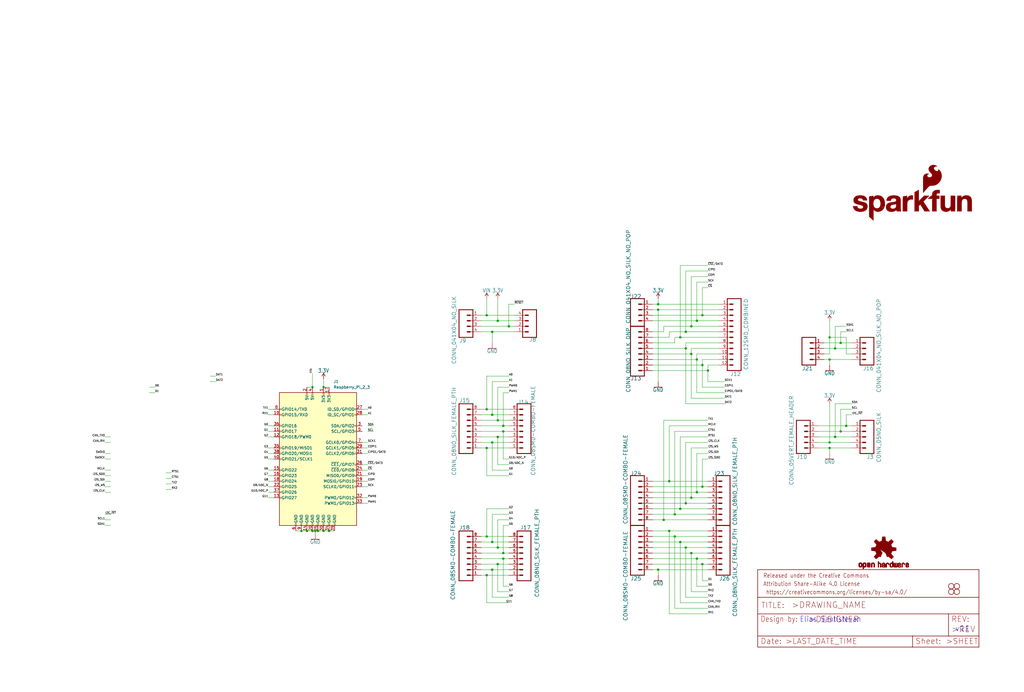
<source format=kicad_sch>
(kicad_sch (version 20211123) (generator eeschema)
  (paper "User" 470.306 317.906)
  (lib_symbols
    (symbol "Connector:Raspberry_Pi_2_3" (pin_names (offset 1.016))
      (property "Reference" "J" (at -17.78 31.75 0))
      (property "Value" "Raspberry_Pi_2_3" (at 10.16 -31.75 0))
      (symbol "Raspberry_Pi_2_3_1_1"
        (pin power_in line (at 2.54 33.02 270) (length 2.54) (name "3V3") (number "1"))
        (pin bidirectional line (at -20.32 20.32 0) (length 2.54) (name "GPIO15/RXD") (number "10"))
        (pin bidirectional line (at -20.32 12.7 0) (length 2.54) (name "GPIO17") (number "11"))
        (pin bidirectional line (at -20.32 10.16 0) (length 2.54) (name "GPIO18/PWM0") (number "12"))
        (pin bidirectional line (at -20.32 -17.78 0) (length 2.54) (name "GPIO27") (number "13"))
        (pin power_in line (at -5.08 -33.02 90) (length 2.54) (name "GND") (number "14"))
        (pin bidirectional line (at -20.32 -5.08 0) (length 2.54) (name "GPIO22") (number "15"))
        (pin bidirectional line (at -20.32 -7.62 0) (length 2.54) (name "GPIO23") (number "16"))
        (pin power_in line (at 5.08 33.02 270) (length 2.54) (name "3V3") (number "17"))
        (pin bidirectional line (at -20.32 -10.16 0) (length 2.54) (name "GPIO24") (number "18"))
        (pin bidirectional line (at 20.32 -10.16 180) (length 2.54) (name "MOSI0/GPIO10") (number "19"))
        (pin power_in line (at -5.08 33.02 270) (length 2.54) (name "5V") (number "2"))
        (pin power_in line (at -2.54 -33.02 90) (length 2.54) (name "GND") (number "20"))
        (pin bidirectional line (at 20.32 -7.62 180) (length 2.54) (name "MISO0/GPIO9") (number "21"))
        (pin bidirectional line (at -20.32 -12.7 0) (length 2.54) (name "GPIO25") (number "22"))
        (pin bidirectional line (at 20.32 -12.7 180) (length 2.54) (name "SCLK0/GPIO11") (number "23"))
        (pin bidirectional line (at 20.32 -5.08 180) (length 2.54) (name "~{CE0}/GPIO8") (number "24"))
        (pin power_in line (at 0 -33.02 90) (length 2.54) (name "GND") (number "25"))
        (pin bidirectional line (at 20.32 -2.54 180) (length 2.54) (name "~{CE1}/GPIO7") (number "26"))
        (pin bidirectional line (at 20.32 22.86 180) (length 2.54) (name "ID_SD/GPIO0") (number "27"))
        (pin bidirectional line (at 20.32 20.32 180) (length 2.54) (name "ID_SC/GPIO1") (number "28"))
        (pin bidirectional line (at 20.32 5.08 180) (length 2.54) (name "GCLK1/GPIO5") (number "29"))
        (pin bidirectional line (at 20.32 15.24 180) (length 2.54) (name "SDA/GPIO2") (number "3"))
        (pin power_in line (at 2.54 -33.02 90) (length 2.54) (name "GND") (number "30"))
        (pin bidirectional line (at 20.32 2.54 180) (length 2.54) (name "GCLK2/GPIO6") (number "31"))
        (pin bidirectional line (at 20.32 -17.78 180) (length 2.54) (name "PWM0/GPIO12") (number "32"))
        (pin bidirectional line (at 20.32 -20.32 180) (length 2.54) (name "PWM1/GPIO13") (number "33"))
        (pin power_in line (at 5.08 -33.02 90) (length 2.54) (name "GND") (number "34"))
        (pin bidirectional line (at -20.32 5.08 0) (length 2.54) (name "GPIO19/MISO1") (number "35"))
        (pin bidirectional line (at -20.32 15.24 0) (length 2.54) (name "GPIO16") (number "36"))
        (pin bidirectional line (at -20.32 -15.24 0) (length 2.54) (name "GPIO26") (number "37"))
        (pin bidirectional line (at -20.32 2.54 0) (length 2.54) (name "GPIO20/MOSI1") (number "38"))
        (pin power_in line (at 7.62 -33.02 90) (length 2.54) (name "GND") (number "39"))
        (pin power_in line (at -2.54 33.02 270) (length 2.54) (name "5V") (number "4"))
        (pin bidirectional line (at -20.32 0 0) (length 2.54) (name "GPIO21/SCLK1") (number "40"))
        (pin bidirectional line (at 20.32 12.7 180) (length 2.54) (name "SCL/GPIO3") (number "5"))
        (pin power_in line (at -10.16 -33.02 90) (length 2.54) (name "GND") (number "6"))
        (pin bidirectional line (at 20.32 7.62 180) (length 2.54) (name "GCLK0/GPIO4") (number "7"))
        (pin bidirectional line (at -20.32 22.86 0) (length 2.54) (name "GPIO14/TXD") (number "8"))
        (pin power_in line (at -7.62 -33.02 90) (length 2.54) (name "GND") (number "9"))
      )
    )
    (symbol "MicroMod_ATP_CarrierBoard-eagle-import:3.3V" (power)
      (property "Value" "3.3V" (at 0 2.794 0))
      (symbol "3.3V_1_0"
        (pin power_in line (at 0 0 90) (length 2.54) (name "3.3V") (number "1"))
      )
    )
    (symbol "MicroMod_ATP_CarrierBoard-eagle-import:CONN_041X04_NO_SILK"
      (property "Reference" "J" (at -5.08 8.128 0))
      (property "Value" "CONN_041X04_NO_SILK" (at -5.08 -7.366 0))
      (symbol "CONN_041X04_NO_SILK_1_0"
        (pin passive line (at 5.08 -2.54 180) (length 5.08) (name "1") (number "1"))
        (pin passive line (at 5.08 0 180) (length 5.08) (name "2") (number "2"))
        (pin passive line (at 5.08 2.54 180) (length 5.08) (name "3") (number "3"))
        (pin passive line (at 5.08 5.08 180) (length 5.08) (name "4") (number "4"))
      )
    )
    (symbol "MicroMod_ATP_CarrierBoard-eagle-import:CONN_041X04_NO_SILK_NO_POP"
      (property "Reference" "J" (at -5.08 8.128 0))
      (property "Value" "CONN_041X04_NO_SILK_NO_POP" (at -5.08 -7.366 0))
      (symbol "CONN_041X04_NO_SILK_NO_POP_1_0"
        (pin passive line (at 5.08 -2.54 180) (length 5.08) (name "1") (number "1"))
        (pin passive line (at 5.08 0 180) (length 5.08) (name "2") (number "2"))
        (pin passive line (at 5.08 2.54 180) (length 5.08) (name "3") (number "3"))
        (pin passive line (at 5.08 5.08 180) (length 5.08) (name "4") (number "4"))
      )
    )
    (symbol "MicroMod_ATP_CarrierBoard-eagle-import:CONN_04SMD_STRAIGHT_COMBO"
      (property "Reference" "J" (at -5.08 8.128 0))
      (property "Value" "CONN_04SMD_STRAIGHT_COMBO" (at -5.08 -7.366 0))
      (symbol "CONN_04SMD_STRAIGHT_COMBO_1_0"
        (pin passive line (at 5.08 -2.54 180) (length 5.08) (name "1") (number "1"))
        (pin passive line (at 5.08 0 180) (length 5.08) (name "2") (number "2"))
        (pin passive line (at 5.08 2.54 180) (length 5.08) (name "3") (number "3"))
        (pin passive line (at 5.08 5.08 180) (length 5.08) (name "4") (number "4"))
      )
    )
    (symbol "MicroMod_ATP_CarrierBoard-eagle-import:CONN_05NO_SILK"
      (property "Reference" "J" (at -2.54 8.128 0))
      (property "Value" "CONN_05NO_SILK" (at -2.54 -9.906 0))
      (symbol "CONN_05NO_SILK_1_0"
        (pin passive line (at 7.62 -5.08 180) (length 5.08) (name "1") (number "1"))
        (pin passive line (at 7.62 -2.54 180) (length 5.08) (name "2") (number "2"))
        (pin passive line (at 7.62 0 180) (length 5.08) (name "3") (number "3"))
        (pin passive line (at 7.62 2.54 180) (length 5.08) (name "4") (number "4"))
        (pin passive line (at 7.62 5.08 180) (length 5.08) (name "5") (number "5"))
      )
    )
    (symbol "MicroMod_ATP_CarrierBoard-eagle-import:CONN_05VERT_FEMALE_HEADER"
      (property "Reference" "J" (at -2.54 8.128 0))
      (property "Value" "CONN_05VERT_FEMALE_HEADER" (at -2.54 -9.906 0))
      (symbol "CONN_05VERT_FEMALE_HEADER_1_0"
        (pin passive line (at 7.62 -5.08 180) (length 5.08) (name "1") (number "1"))
        (pin passive line (at 7.62 -2.54 180) (length 5.08) (name "2") (number "2"))
        (pin passive line (at 7.62 0 180) (length 5.08) (name "3") (number "3"))
        (pin passive line (at 7.62 2.54 180) (length 5.08) (name "4") (number "4"))
        (pin passive line (at 7.62 5.08 180) (length 5.08) (name "5") (number "5"))
      )
    )
    (symbol "MicroMod_ATP_CarrierBoard-eagle-import:CONN_08NO_SILK_DNP"
      (property "Reference" "J" (at -5.08 13.208 0))
      (property "Value" "CONN_08NO_SILK_DNP" (at -5.08 -12.446 0))
      (symbol "CONN_08NO_SILK_DNP_1_0"
        (pin passive line (at 5.08 -7.62 180) (length 5.08) (name "1") (number "1"))
        (pin passive line (at 5.08 -5.08 180) (length 5.08) (name "2") (number "2"))
        (pin passive line (at 5.08 -2.54 180) (length 5.08) (name "3") (number "3"))
        (pin passive line (at 5.08 0 180) (length 5.08) (name "4") (number "4"))
        (pin passive line (at 5.08 2.54 180) (length 5.08) (name "5") (number "5"))
        (pin passive line (at 5.08 5.08 180) (length 5.08) (name "6") (number "6"))
        (pin passive line (at 5.08 7.62 180) (length 5.08) (name "7") (number "7"))
        (pin passive line (at 5.08 10.16 180) (length 5.08) (name "8") (number "8"))
      )
    )
    (symbol "MicroMod_ATP_CarrierBoard-eagle-import:CONN_08NO_SILK_FEMALE_PTH"
      (property "Reference" "J" (at -5.08 13.208 0))
      (property "Value" "CONN_08NO_SILK_FEMALE_PTH" (at -5.08 -12.446 0))
      (symbol "CONN_08NO_SILK_FEMALE_PTH_1_0"
        (pin passive line (at 5.08 -7.62 180) (length 5.08) (name "1") (number "1"))
        (pin passive line (at 5.08 -5.08 180) (length 5.08) (name "2") (number "2"))
        (pin passive line (at 5.08 -2.54 180) (length 5.08) (name "3") (number "3"))
        (pin passive line (at 5.08 0 180) (length 5.08) (name "4") (number "4"))
        (pin passive line (at 5.08 2.54 180) (length 5.08) (name "5") (number "5"))
        (pin passive line (at 5.08 5.08 180) (length 5.08) (name "6") (number "6"))
        (pin passive line (at 5.08 7.62 180) (length 5.08) (name "7") (number "7"))
        (pin passive line (at 5.08 10.16 180) (length 5.08) (name "8") (number "8"))
      )
    )
    (symbol "MicroMod_ATP_CarrierBoard-eagle-import:CONN_08SMD-COMBO-FEMALE"
      (property "Reference" "J" (at -5.08 13.208 0))
      (property "Value" "CONN_08SMD-COMBO-FEMALE" (at -5.08 -12.446 0))
      (symbol "CONN_08SMD-COMBO-FEMALE_1_0"
        (pin passive line (at 5.08 -7.62 180) (length 5.08) (name "1") (number "1"))
        (pin passive line (at 5.08 -5.08 180) (length 5.08) (name "2") (number "2"))
        (pin passive line (at 5.08 -2.54 180) (length 5.08) (name "3") (number "3"))
        (pin passive line (at 5.08 0 180) (length 5.08) (name "4") (number "4"))
        (pin passive line (at 5.08 2.54 180) (length 5.08) (name "5") (number "5"))
        (pin passive line (at 5.08 5.08 180) (length 5.08) (name "6") (number "6"))
        (pin passive line (at 5.08 7.62 180) (length 5.08) (name "7") (number "7"))
        (pin passive line (at 5.08 10.16 180) (length 5.08) (name "8") (number "8"))
      )
    )
    (symbol "MicroMod_ATP_CarrierBoard-eagle-import:CONN_12SMD_COMBINED"
      (property "Reference" "J" (at 0 15.748 0))
      (property "Value" "CONN_12SMD_COMBINED" (at 0 -20.066 0))
      (symbol "CONN_12SMD_COMBINED_1_0"
        (pin passive line (at 10.16 -15.24 180) (length 5.08) (name "1") (number "1"))
        (pin passive line (at 10.16 7.62 180) (length 5.08) (name "10") (number "10"))
        (pin passive line (at 10.16 10.16 180) (length 5.08) (name "11") (number "11"))
        (pin passive line (at 10.16 12.7 180) (length 5.08) (name "12") (number "12"))
        (pin passive line (at 10.16 -12.7 180) (length 5.08) (name "2") (number "2"))
        (pin passive line (at 10.16 -10.16 180) (length 5.08) (name "3") (number "3"))
        (pin passive line (at 10.16 -7.62 180) (length 5.08) (name "4") (number "4"))
        (pin passive line (at 10.16 -5.08 180) (length 5.08) (name "5") (number "5"))
        (pin passive line (at 10.16 -2.54 180) (length 5.08) (name "6") (number "6"))
        (pin passive line (at 10.16 0 180) (length 5.08) (name "7") (number "7"))
        (pin passive line (at 10.16 2.54 180) (length 5.08) (name "8") (number "8"))
        (pin passive line (at 10.16 5.08 180) (length 5.08) (name "9") (number "9"))
      )
    )
    (symbol "MicroMod_ATP_CarrierBoard-eagle-import:FRAME-LEDGER"
      (symbol "FRAME-LEDGER_2_0"
        (text " https://creativecommons.org/licenses/by-sa/4.0/" (at 2.54 24.13 0) (effects (font (size 1.9304 1.6408)) (justify left bottom)))
        (text ">DESIGNER" (at 23.114 11.176 0) (effects (font (size 2.7432 2.7432)) (justify left bottom)))
        (text ">DRAWING_NAME" (at 15.494 17.78 0) (effects (font (size 2.7432 2.7432)) (justify left bottom)))
        (text ">LAST_DATE_TIME" (at 12.7 1.27 0) (effects (font (size 2.54 2.54)) (justify left bottom)))
        (text ">REV" (at 88.9 6.604 0) (effects (font (size 2.7432 2.7432)) (justify left bottom)))
        (text ">SHEET" (at 86.36 1.27 0) (effects (font (size 2.54 2.54)) (justify left bottom)))
        (text "Attribution Share-Alike 4.0 License" (at 2.54 27.94 0) (effects (font (size 1.9304 1.6408)) (justify left bottom)))
        (text "Date:" (at 1.27 1.27 0) (effects (font (size 2.54 2.54)) (justify left bottom)))
        (text "Design by:" (at 1.27 11.43 0) (effects (font (size 2.54 2.159)) (justify left bottom)))
        (text "Released under the Creative Commons" (at 2.54 31.75 0) (effects (font (size 1.9304 1.6408)) (justify left bottom)))
        (text "REV:" (at 88.9 11.43 0) (effects (font (size 2.54 2.54)) (justify left bottom)))
        (text "Sheet:" (at 72.39 1.27 0) (effects (font (size 2.54 2.54)) (justify left bottom)))
        (text "TITLE:" (at 1.524 17.78 0) (effects (font (size 2.54 2.54)) (justify left bottom)))
      )
    )
    (symbol "MicroMod_ATP_CarrierBoard-eagle-import:GND" (power)
      (property "Value" "GND" (at 0 -0.254 0))
      (symbol "GND_1_0"
        (pin power_in line (at 0 2.54 270) (length 2.54) (name "GND") (number "1"))
      )
    )
    (symbol "MicroMod_ATP_CarrierBoard-eagle-import:OSHW-LOGOMINI")
    (symbol "MicroMod_ATP_CarrierBoard-eagle-import:SFE_LOGO_NAME_FLAME.1_INCH")
    (symbol "MicroMod_ATP_CarrierBoard-eagle-import:STAND-OFF")
    (symbol "MicroMod_ATP_CarrierBoard-eagle-import:VIN" (power)
      (property "Value" "VIN" (at 0 2.794 0))
      (symbol "VIN_1_0"
        (pin power_in line (at 0 0 90) (length 2.54) (name "VIN") (number "1"))
      )
    )
  )
  (junction (at 314.96 251.46))
  (junction (at 146.05 243.84))
  (junction (at 228.6 193.04))
  (junction (at 231.14 195.58))
  (junction (at 312.42 154.94))
  (junction (at 317.5 254))
  (junction (at 381 165.1))
  (junction (at 309.88 236.22))
  (junction (at 325.12 170.18))
  (junction (at 226.06 203.2))
  (junction (at 231.14 198.12))
  (junction (at 320.04 256.54))
  (junction (at 151.13 243.84))
  (junction (at 302.26 261.62))
  (junction (at 148.59 177.8))
  (junction (at 228.6 259.08))
  (junction (at 381 203.2))
  (junction (at 138.43 243.84))
  (junction (at 322.58 144.78))
  (junction (at 223.52 264.16))
  (junction (at 226.06 152.4))
  (junction (at 223.52 144.78))
  (junction (at 314.96 160.02))
  (junction (at 302.26 142.24))
  (junction (at 226.06 261.62))
  (junction (at 314.96 152.4))
  (junction (at 320.04 165.1))
  (junction (at 231.14 254))
  (junction (at 302.26 139.7))
  (junction (at 322.58 223.52))
  (junction (at 233.68 149.86))
  (junction (at 143.51 177.8))
  (junction (at 140.97 243.84))
  (junction (at 388.62 195.58))
  (junction (at 322.58 167.64))
  (junction (at 228.6 147.32))
  (junction (at 144.78 243.84))
  (junction (at 231.14 256.54))
  (junction (at 228.6 200.66))
  (junction (at 307.34 243.84))
  (junction (at 223.52 205.74))
  (junction (at 223.52 187.96))
  (junction (at 143.51 243.84))
  (junction (at 381 154.94))
  (junction (at 383.54 160.02))
  (junction (at 381 205.74))
  (junction (at 317.5 228.6))
  (junction (at 383.54 200.66))
  (junction (at 386.08 157.48))
  (junction (at 226.06 248.92))
  (junction (at 226.06 190.5))
  (junction (at 317.5 149.86))
  (junction (at 148.59 243.84))
  (junction (at 314.96 231.14))
  (junction (at 307.34 220.98))
  (junction (at 322.58 259.08))
  (junction (at 312.42 233.68))
  (junction (at 304.8 238.76))
  (junction (at 386.08 198.12))
  (junction (at 320.04 226.06))
  (junction (at 228.6 251.46))
  (junction (at 320.04 147.32))
  (junction (at 317.5 162.56))
  (junction (at 312.42 248.92))
  (junction (at 309.88 246.38))
  (junction (at 223.52 246.38))
  (wire (pts (xy 325.12 259.08) (xy 322.58 259.08)))
  (wire (pts (xy 330.2 147.32) (xy 320.04 147.32)))
  (wire (pts (xy 50.8 223.52) (xy 48.26 223.52)))
  (wire (pts (xy 166.37 231.14) (xy 168.91 231.14)))
  (wire (pts (xy 388.62 162.56) (xy 388.62 154.94)))
  (wire (pts (xy 138.43 243.84) (xy 140.97 243.84)))
  (wire (pts (xy 228.6 147.32) (xy 220.98 147.32)))
  (wire (pts (xy 299.72 248.92) (xy 312.42 248.92)))
  (wire (pts (xy 140.97 177.8) (xy 143.51 177.8)))
  (wire (pts (xy 307.34 281.94) (xy 325.12 281.94)))
  (wire (pts (xy 320.04 226.06) (xy 320.04 208.28)))
  (wire (pts (xy 299.72 233.68) (xy 312.42 233.68)))
  (wire (pts (xy 307.34 195.58) (xy 325.12 195.58)))
  (wire (pts (xy 307.34 152.4) (xy 307.34 154.94)))
  (wire (pts (xy 220.98 205.74) (xy 223.52 205.74)))
  (wire (pts (xy 391.16 162.56) (xy 388.62 162.56)))
  (wire (pts (xy 299.72 261.62) (xy 302.26 261.62)))
  (wire (pts (xy 125.73 195.58) (xy 123.19 195.58)))
  (wire (pts (xy 320.04 269.24) (xy 325.12 269.24)))
  (wire (pts (xy 226.06 248.92) (xy 226.06 236.22)))
  (wire (pts (xy 330.2 160.02) (xy 317.5 160.02)))
  (wire (pts (xy 381 165.1) (xy 381 167.64)))
  (wire (pts (xy 228.6 271.78) (xy 233.68 271.78)))
  (wire (pts (xy 166.37 218.44) (xy 168.91 218.44)))
  (wire (pts (xy 378.46 165.1) (xy 381 165.1)))
  (wire (pts (xy 50.8 226.06) (xy 48.26 226.06)))
  (wire (pts (xy 317.5 160.02) (xy 317.5 162.56)))
  (wire (pts (xy 236.22 147.32) (xy 228.6 147.32)))
  (wire (pts (xy 226.06 152.4) (xy 236.22 152.4)))
  (wire (pts (xy 96.52 172.72) (xy 99.06 172.72)))
  (wire (pts (xy 325.12 246.38) (xy 309.88 246.38)))
  (wire (pts (xy 125.73 223.52) (xy 123.19 223.52)))
  (wire (pts (xy 325.12 226.06) (xy 320.04 226.06)))
  (wire (pts (xy 50.8 238.76) (xy 48.26 238.76)))
  (wire (pts (xy 226.06 152.4) (xy 226.06 157.48)))
  (wire (pts (xy 325.12 228.6) (xy 317.5 228.6)))
  (wire (pts (xy 125.73 226.06) (xy 123.19 226.06)))
  (wire (pts (xy 231.14 256.54) (xy 231.14 269.24)))
  (wire (pts (xy 231.14 180.34) (xy 233.68 180.34)))
  (wire (pts (xy 233.68 190.5) (xy 226.06 190.5)))
  (wire (pts (xy 314.96 160.02) (xy 314.96 157.48)))
  (wire (pts (xy 166.37 228.6) (xy 168.91 228.6)))
  (wire (pts (xy 50.8 218.44) (xy 48.26 218.44)))
  (wire (pts (xy 322.58 259.08) (xy 322.58 266.7)))
  (wire (pts (xy 228.6 147.32) (xy 228.6 137.16)))
  (wire (pts (xy 48.26 215.9) (xy 50.8 215.9)))
  (wire (pts (xy 299.72 246.38) (xy 309.88 246.38)))
  (wire (pts (xy 231.14 269.24) (xy 233.68 269.24)))
  (wire (pts (xy 299.72 160.02) (xy 314.96 160.02)))
  (wire (pts (xy 312.42 233.68) (xy 312.42 200.66)))
  (wire (pts (xy 228.6 177.8) (xy 233.68 177.8)))
  (wire (pts (xy 223.52 172.72) (xy 233.68 172.72)))
  (wire (pts (xy 68.58 177.8) (xy 71.12 177.8)))
  (wire (pts (xy 76.2 222.25) (xy 78.74 222.25)))
  (wire (pts (xy 231.14 198.12) (xy 220.98 198.12)))
  (wire (pts (xy 171.45 195.58) (xy 168.91 195.58)))
  (wire (pts (xy 220.98 190.5) (xy 226.06 190.5)))
  (wire (pts (xy 231.14 254) (xy 231.14 241.3)))
  (wire (pts (xy 322.58 132.08) (xy 322.58 144.78)))
  (wire (pts (xy 307.34 154.94) (xy 299.72 154.94)))
  (wire (pts (xy 383.54 160.02) (xy 383.54 149.86)))
  (wire (pts (xy 223.52 246.38) (xy 220.98 246.38)))
  (wire (pts (xy 223.52 264.16) (xy 223.52 276.86)))
  (wire (pts (xy 325.12 251.46) (xy 314.96 251.46)))
  (wire (pts (xy 299.72 243.84) (xy 307.34 243.84)))
  (wire (pts (xy 220.98 195.58) (xy 231.14 195.58)))
  (wire (pts (xy 322.58 132.08) (xy 325.12 132.08)))
  (wire (pts (xy 299.72 226.06) (xy 320.04 226.06)))
  (wire (pts (xy 233.68 139.7) (xy 236.22 139.7)))
  (wire (pts (xy 312.42 276.86) (xy 325.12 276.86)))
  (wire (pts (xy 125.73 220.98) (xy 123.19 220.98)))
  (wire (pts (xy 309.88 198.12) (xy 325.12 198.12)))
  (wire (pts (xy 314.96 231.14) (xy 314.96 203.2)))
  (wire (pts (xy 325.12 236.22) (xy 309.88 236.22)))
  (wire (pts (xy 381 205.74) (xy 381 208.28)))
  (wire (pts (xy 386.08 187.96) (xy 391.16 187.96)))
  (wire (pts (xy 76.2 217.17) (xy 78.74 217.17)))
  (wire (pts (xy 381 185.42) (xy 381 203.2)))
  (wire (pts (xy 299.72 259.08) (xy 322.58 259.08)))
  (wire (pts (xy 228.6 251.46) (xy 220.98 251.46)))
  (wire (pts (xy 125.73 205.74) (xy 123.19 205.74)))
  (wire (pts (xy 302.26 142.24) (xy 330.2 142.24)))
  (wire (pts (xy 231.14 256.54) (xy 220.98 256.54)))
  (wire (pts (xy 166.37 187.96) (xy 168.91 187.96)))
  (wire (pts (xy 231.14 198.12) (xy 231.14 210.82)))
  (wire (pts (xy 223.52 144.78) (xy 223.52 137.16)))
  (wire (pts (xy 307.34 243.84) (xy 307.34 281.94)))
  (wire (pts (xy 302.26 264.16) (xy 302.26 261.62)))
  (wire (pts (xy 309.88 279.4) (xy 325.12 279.4)))
  (wire (pts (xy 166.37 190.5) (xy 168.91 190.5)))
  (wire (pts (xy 388.62 190.5) (xy 391.16 190.5)))
  (wire (pts (xy 226.06 203.2) (xy 220.98 203.2)))
  (wire (pts (xy 314.96 203.2) (xy 325.12 203.2)))
  (wire (pts (xy 378.46 162.56) (xy 381 162.56)))
  (wire (pts (xy 314.96 185.42) (xy 332.74 185.42)))
  (wire (pts (xy 322.58 177.8) (xy 332.74 177.8)))
  (wire (pts (xy 233.68 251.46) (xy 228.6 251.46)))
  (wire (pts (xy 381 154.94) (xy 381 147.32)))
  (wire (pts (xy 223.52 246.38) (xy 233.68 246.38)))
  (wire (pts (xy 304.8 193.04) (xy 304.8 238.76)))
  (wire (pts (xy 317.5 162.56) (xy 317.5 182.88)))
  (wire (pts (xy 381 162.56) (xy 381 154.94)))
  (wire (pts (xy 233.68 187.96) (xy 223.52 187.96)))
  (wire (pts (xy 231.14 241.3) (xy 233.68 241.3)))
  (wire (pts (xy 135.89 243.84) (xy 138.43 243.84)))
  (wire (pts (xy 312.42 248.92) (xy 312.42 276.86)))
  (wire (pts (xy 166.37 208.28) (xy 168.91 208.28)))
  (wire (pts (xy 228.6 213.36) (xy 233.68 213.36)))
  (wire (pts (xy 220.98 254) (xy 231.14 254)))
  (wire (pts (xy 375.92 205.74) (xy 381 205.74)))
  (wire (pts (xy 233.68 264.16) (xy 223.52 264.16)))
  (wire (pts (xy 383.54 160.02) (xy 378.46 160.02)))
  (wire (pts (xy 299.72 167.64) (xy 322.58 167.64)))
  (wire (pts (xy 233.68 259.08) (xy 228.6 259.08)))
  (wire (pts (xy 314.96 124.46) (xy 325.12 124.46)))
  (wire (pts (xy 299.72 228.6) (xy 317.5 228.6)))
  (wire (pts (xy 299.72 220.98) (xy 307.34 220.98)))
  (wire (pts (xy 220.98 248.92) (xy 226.06 248.92)))
  (wire (pts (xy 312.42 200.66) (xy 325.12 200.66)))
  (wire (pts (xy 148.59 177.8) (xy 151.13 177.8)))
  (wire (pts (xy 330.2 162.56) (xy 320.04 162.56)))
  (wire (pts (xy 228.6 238.76) (xy 233.68 238.76)))
  (wire (pts (xy 309.88 236.22) (xy 309.88 198.12)))
  (wire (pts (xy 314.96 152.4) (xy 307.34 152.4)))
  (wire (pts (xy 299.72 251.46) (xy 314.96 251.46)))
  (wire (pts (xy 381 203.2) (xy 375.92 203.2)))
  (wire (pts (xy 50.8 200.66) (xy 48.26 200.66)))
  (wire (pts (xy 386.08 157.48) (xy 391.16 157.48)))
  (wire (pts (xy 125.73 200.66) (xy 123.19 200.66)))
  (wire (pts (xy 299.72 170.18) (xy 325.12 170.18)))
  (wire (pts (xy 125.73 198.12) (xy 123.19 198.12)))
  (wire (pts (xy 226.06 261.62) (xy 220.98 261.62)))
  (wire (pts (xy 233.68 203.2) (xy 226.06 203.2)))
  (wire (pts (xy 302.26 139.7) (xy 299.72 139.7)))
  (wire (pts (xy 166.37 205.74) (xy 168.91 205.74)))
  (wire (pts (xy 388.62 195.58) (xy 388.62 190.5)))
  (wire (pts (xy 302.26 137.16) (xy 302.26 139.7)))
  (wire (pts (xy 320.04 162.56) (xy 320.04 165.1)))
  (wire (pts (xy 233.68 149.86) (xy 233.68 139.7)))
  (wire (pts (xy 233.68 261.62) (xy 226.06 261.62)))
  (wire (pts (xy 50.8 241.3) (xy 48.26 241.3)))
  (wire (pts (xy 312.42 121.92) (xy 325.12 121.92)))
  (wire (pts (xy 391.16 195.58) (xy 388.62 195.58)))
  (wire (pts (xy 325.12 170.18) (xy 325.12 175.26)))
  (wire (pts (xy 125.73 218.44) (xy 123.19 218.44)))
  (wire (pts (xy 322.58 165.1) (xy 322.58 167.64)))
  (wire (pts (xy 220.98 259.08) (xy 228.6 259.08)))
  (wire (pts (xy 166.37 213.36) (xy 168.91 213.36)))
  (wire (pts (xy 320.04 129.54) (xy 325.12 129.54)))
  (wire (pts (xy 302.26 261.62) (xy 325.12 261.62)))
  (wire (pts (xy 317.5 254) (xy 317.5 271.78)))
  (wire (pts (xy 325.12 243.84) (xy 307.34 243.84)))
  (wire (pts (xy 233.68 195.58) (xy 231.14 195.58)))
  (wire (pts (xy 148.59 173.99) (xy 148.59 177.8)))
  (wire (pts (xy 383.54 149.86) (xy 388.62 149.86)))
  (wire (pts (xy 314.96 185.42) (xy 314.96 160.02)))
  (wire (pts (xy 50.8 210.82) (xy 48.26 210.82)))
  (wire (pts (xy 383.54 200.66) (xy 375.92 200.66)))
  (wire (pts (xy 223.52 233.68) (xy 233.68 233.68)))
  (wire (pts (xy 223.52 205.74) (xy 223.52 218.44)))
  (wire (pts (xy 330.2 157.48) (xy 314.96 157.48)))
  (wire (pts (xy 125.73 208.28) (xy 123.19 208.28)))
  (wire (pts (xy 325.12 175.26) (xy 332.74 175.26)))
  (wire (pts (xy 125.73 215.9) (xy 123.19 215.9)))
  (wire (pts (xy 228.6 259.08) (xy 228.6 271.78)))
  (wire (pts (xy 320.04 147.32) (xy 320.04 129.54)))
  (wire (pts (xy 220.98 144.78) (xy 223.52 144.78)))
  (wire (pts (xy 386.08 152.4) (xy 388.62 152.4)))
  (wire (pts (xy 325.12 220.98) (xy 307.34 220.98)))
  (wire (pts (xy 143.51 243.84) (xy 144.78 243.84)))
  (wire (pts (xy 143.51 171.45) (xy 143.51 177.8)))
  (wire (pts (xy 125.73 210.82) (xy 123.19 210.82)))
  (wire (pts (xy 322.58 223.52) (xy 322.58 210.82)))
  (wire (pts (xy 325.12 256.54) (xy 320.04 256.54)))
  (wire (pts (xy 50.8 203.2) (xy 48.26 203.2)))
  (wire (pts (xy 125.73 187.96) (xy 123.19 187.96)))
  (wire (pts (xy 314.96 251.46) (xy 314.96 274.32)))
  (wire (pts (xy 330.2 139.7) (xy 302.26 139.7)))
  (wire (pts (xy 378.46 157.48) (xy 386.08 157.48)))
  (wire (pts (xy 330.2 154.94) (xy 312.42 154.94)))
  (wire (pts (xy 322.58 167.64) (xy 322.58 177.8)))
  (wire (pts (xy 299.72 142.24) (xy 302.26 142.24)))
  (wire (pts (xy 233.68 200.66) (xy 228.6 200.66)))
  (wire (pts (xy 391.16 198.12) (xy 386.08 198.12)))
  (wire (pts (xy 231.14 195.58) (xy 231.14 180.34)))
  (wire (pts (xy 299.72 254) (xy 317.5 254)))
  (wire (pts (xy 220.98 149.86) (xy 233.68 149.86)))
  (wire (pts (xy 314.96 152.4) (xy 314.96 124.46)))
  (wire (pts (xy 299.72 223.52) (xy 322.58 223.52)))
  (wire (pts (xy 317.5 182.88) (xy 332.74 182.88)))
  (wire (pts (xy 383.54 200.66) (xy 383.54 185.42)))
  (wire (pts (xy 304.8 149.86) (xy 317.5 149.86)))
  (wire (pts (xy 325.12 167.64) (xy 325.12 170.18)))
  (wire (pts (xy 299.72 231.14) (xy 314.96 231.14)))
  (wire (pts (xy 317.5 228.6) (xy 317.5 205.74)))
  (wire (pts (xy 50.8 208.28) (xy 48.26 208.28)))
  (wire (pts (xy 317.5 149.86) (xy 317.5 127)))
  (wire (pts (xy 299.72 236.22) (xy 309.88 236.22)))
  (wire (pts (xy 299.72 165.1) (xy 320.04 165.1)))
  (wire (pts (xy 76.2 224.79) (xy 78.74 224.79)))
  (wire (pts (xy 386.08 157.48) (xy 386.08 152.4)))
  (wire (pts (xy 226.06 203.2) (xy 226.06 215.9)))
  (wire (pts (xy 309.88 157.48) (xy 309.88 154.94)))
  (wire (pts (xy 144.78 243.84) (xy 146.05 243.84)))
  (wire (pts (xy 236.22 149.86) (xy 233.68 149.86)))
  (wire (pts (xy 166.37 203.2) (xy 168.91 203.2)))
  (wire (pts (xy 68.58 180.34) (xy 71.12 180.34)))
  (wire (pts (xy 388.62 154.94) (xy 381 154.94)))
  (wire (pts (xy 146.05 243.84) (xy 148.59 243.84)))
  (wire (pts (xy 233.68 193.04) (xy 228.6 193.04)))
  (wire (pts (xy 233.68 198.12) (xy 231.14 198.12)))
  (wire (pts (xy 317.5 149.86) (xy 330.2 149.86)))
  (wire (pts (xy 231.14 210.82) (xy 233.68 210.82)))
  (wire (pts (xy 220.98 200.66) (xy 228.6 200.66)))
  (wire (pts (xy 228.6 251.46) (xy 228.6 238.76)))
  (wire (pts (xy 325.12 233.68) (xy 312.42 233.68)))
  (wire (pts (xy 325.12 254) (xy 317.5 254)))
  (wire (pts (xy 317.5 205.74) (xy 325.12 205.74)))
  (wire (pts (xy 148.59 243.84) (xy 151.13 243.84)))
  (wire (pts (xy 299.72 157.48) (xy 309.88 157.48)))
  (wire (pts (xy 312.42 154.94) (xy 309.88 154.94)))
  (wire (pts (xy 226.06 190.5) (xy 226.06 175.26)))
  (wire (pts (xy 304.8 193.04) (xy 325.12 193.04)))
  (wire (pts (xy 50.8 220.98) (xy 48.26 220.98)))
  (wire (pts (xy 325.12 238.76) (xy 304.8 238.76)))
  (wire (pts (xy 307.34 220.98) (xy 307.34 195.58)))
  (wire (pts (xy 391.16 203.2) (xy 381 203.2)))
  (wire (pts (xy 226.06 261.62) (xy 226.06 274.32)))
  (wire (pts (xy 166.37 220.98) (xy 168.91 220.98)))
  (wire (pts (xy 386.08 198.12) (xy 375.92 198.12)))
  (wire (pts (xy 325.12 231.14) (xy 314.96 231.14)))
  (wire (pts (xy 166.37 215.9) (xy 168.91 215.9)))
  (wire (pts (xy 322.58 144.78) (xy 299.72 144.78)))
  (wire (pts (xy 144.78 243.84) (xy 144.78 245.11)))
  (wire (pts (xy 299.72 162.56) (xy 317.5 162.56)))
  (wire (pts (xy 233.68 256.54) (xy 231.14 256.54)))
  (wire (pts (xy 223.52 218.44) (xy 233.68 218.44)))
  (wire (pts (xy 322.58 266.7) (xy 325.12 266.7)))
  (wire (pts (xy 320.04 208.28) (xy 325.12 208.28)))
  (wire (pts (xy 151.13 243.84) (xy 153.67 243.84)))
  (wire (pts (xy 226.06 152.4) (xy 220.98 152.4)))
  (wire (pts (xy 76.2 219.71) (xy 78.74 219.71)))
  (wire (pts (xy 325.12 248.92) (xy 312.42 248.92)))
  (wire (pts (xy 312.42 121.92) (xy 312.42 154.94)))
  (wire (pts (xy 383.54 185.42) (xy 391.16 185.42)))
  (wire (pts (xy 166.37 223.52) (xy 168.91 223.52)))
  (wire (pts (xy 330.2 167.64) (xy 325.12 167.64)))
  (wire (pts (xy 228.6 200.66) (xy 228.6 213.36)))
  (wire (pts (xy 304.8 152.4) (xy 304.8 149.86)))
  (wire (pts (xy 320.04 180.34) (xy 332.74 180.34)))
  (wire (pts (xy 96.52 175.26) (xy 99.06 175.26)))
  (wire (pts (xy 330.2 165.1) (xy 322.58 165.1)))
  (wire (pts (xy 223.52 187.96) (xy 223.52 172.72)))
  (wire (pts (xy 330.2 152.4) (xy 314.96 152.4)))
  (wire (pts (xy 220.98 264.16) (xy 223.52 264.16)))
  (wire (pts (xy 125.73 228.6) (xy 123.19 228.6)))
  (wire (pts (xy 140.97 243.84) (xy 143.51 243.84)))
  (wire (pts (xy 320.04 147.32) (xy 299.72 147.32)))
  (wire (pts (xy 320.04 256.54) (xy 299.72 256.54)))
  (wire (pts (xy 220.98 187.96) (xy 223.52 187.96)))
  (wire (pts (xy 309.88 246.38) (xy 309.88 279.4)))
  (wire (pts (xy 325.12 223.52) (xy 322.58 223.52)))
  (wire (pts (xy 391.16 165.1) (xy 381 165.1)))
  (wire (pts (xy 233.68 205.74) (xy 223.52 205.74)))
  (wire (pts (xy 223.52 276.86) (xy 233.68 276.86)))
  (wire (pts (xy 302.26 142.24) (xy 302.26 175.26)))
  (wire (pts (xy 125.73 190.5) (xy 123.19 190.5)))
  (wire (pts (xy 314.96 274.32) (xy 325.12 274.32)))
  (wire (pts (xy 299.72 238.76) (xy 304.8 238.76)))
  (wire (pts (xy 50.8 236.22) (xy 48.26 236.22)))
  (wire (pts (xy 236.22 144.78) (xy 223.52 144.78)))
  (wire (pts (xy 391.16 160.02) (xy 383.54 160.02)))
  (wire (pts (xy 226.06 274.32) (xy 233.68 274.32)))
  (wire (pts (xy 330.2 144.78) (xy 322.58 144.78)))
  (wire (pts (xy 228.6 193.04) (xy 228.6 177.8)))
  (wire (pts (xy 391.16 200.66) (xy 383.54 200.66)))
  (wire (pts (xy 320.04 256.54) (xy 320.04 269.24)))
  (wire (pts (xy 322.58 210.82) (xy 325.12 210.82)))
  (wire (pts (xy 226.06 175.26) (xy 233.68 175.26)))
  (wire (pts (xy 226.06 236.22) (xy 233.68 236.22)))
  (wire (pts (xy 223.52 246.38) (xy 223.52 233.68)))
  (wire (pts (xy 233.68 254) (xy 231.14 254)))
  (wire (pts (xy 228.6 193.04) (xy 220.98 193.04)))
  (wire (pts (xy 233.68 248.92) (xy 226.06 248.92)))
  (wire (pts (xy 226.06 215.9) (xy 233.68 215.9)))
  (wire (pts (xy 171.45 198.12) (xy 168.91 198.12)))
  (wire (pts (xy 388.62 195.58) (xy 375.92 195.58)))
  (wire (pts (xy 386.08 198.12) (xy 386.08 187.96)))
  (wire (pts (xy 391.16 205.74) (xy 381 205.74)))
  (wire (pts (xy 320.04 165.1) (xy 320.04 180.34)))
  (wire (pts (xy 299.72 152.4) (xy 304.8 152.4)))
  (wire (pts (xy 317.5 271.78) (xy 325.12 271.78)))
  (wire (pts (xy 317.5 127) (xy 325.12 127)))
  (text "Elias Santistevan" (at 367.284 286.004 180) (effects (font (size 2.54 2.159)) (justify left bottom)))
  (text "v11" (at 438.658 290.322 180) (effects (font (size 2.54 2.54)) (justify left bottom)))
  (label "~{RESET}" (at 236.22 139.7 0) (effects (font (size 0.889 0.889))))
  (label "PWM1" (at 233.68 180.34 0) (effects (font (size 0.889 0.889))))
  (label "SDA" (at 168.91 195.58 0) (effects (font (size 0.889 0.889))))
  (label "SDA1" (at 48.26 241.3 180) (effects (font (size 0.889 0.889))))
  (label "~{CS}" (at 325.12 132.08 0) (effects (font (size 0.889 0.889))))
  (label "I2C_~{INT}" (at 391.16 190.5 0) (effects (font (size 0.889 0.889))))
  (label "~{CS1}/DAT3" (at 325.12 121.92 0) (effects (font (size 0.889 0.889))))
  (label "TX1" (at 325.12 193.04 0) (effects (font (size 0.889 0.889))))
  (label "G8" (at 233.68 274.32 0) (effects (font (size 0.889 0.889))))
  (label "G6" (at 233.68 269.24 0) (effects (font (size 0.889 0.889))))
  (label "RTS1" (at 325.12 200.66 0) (effects (font (size 0.889 0.889))))
  (label "~{CS1}/DAT3" (at 168.91 213.36 0) (effects (font (size 0.889 0.889))))
  (label "SWDIO" (at 48.26 208.28 180) (effects (font (size 0.889 0.889))))
  (label "G9/ADC_N" (at 233.68 213.36 0) (effects (font (size 0.889 0.889))))
  (label "G1" (at 233.68 218.44 0) (effects (font (size 0.889 0.889))))
  (label "I2S_WS" (at 48.26 223.52 180) (effects (font (size 0.889 0.889))))
  (label "TX2" (at 325.12 274.32 0) (effects (font (size 0.889 0.889))))
  (label "D0" (at 71.12 177.8 0) (effects (font (size 0.889 0.889))))
  (label "A1" (at 233.68 175.26 0) (effects (font (size 0.889 0.889))))
  (label "CIPO1/DAT0" (at 332.74 180.34 0) (effects (font (size 0.889 0.889))))
  (label "G7" (at 233.68 271.78 0) (effects (font (size 0.889 0.889))))
  (label "COPI" (at 325.12 127 0) (effects (font (size 0.889 0.889))))
  (label "G9/ADC_N" (at 123.19 223.52 180) (effects (font (size 0.889 0.889))))
  (label "SCL1" (at 48.26 238.76 180) (effects (font (size 0.889 0.889))))
  (label "G2" (at 123.19 200.66 180) (effects (font (size 0.889 0.889))))
  (label "SCK" (at 325.12 129.54 0) (effects (font (size 0.889 0.889))))
  (label "G10/ADC_P" (at 123.19 226.06 180) (effects (font (size 0.889 0.889))))
  (label "COPI" (at 168.91 220.98 0) (effects (font (size 0.889 0.889))))
  (label "CIPO" (at 168.91 218.44 0) (effects (font (size 0.889 0.889))))
  (label "G11" (at 123.19 228.6 180) (effects (font (size 0.889 0.889))))
  (label "SCL1" (at 388.62 152.4 0) (effects (font (size 0.889 0.889))))
  (label "RX1" (at 123.19 190.5 180) (effects (font (size 0.889 0.889))))
  (label "CAN_RXI" (at 325.12 279.4 0) (effects (font (size 0.889 0.889))))
  (label "I2S_SDI" (at 325.12 208.28 0) (effects (font (size 0.889 0.889))))
  (label "G2" (at 233.68 233.68 0) (effects (font (size 0.889 0.889))))
  (label "COPI1" (at 332.74 177.8 0) (effects (font (size 0.889 0.889))))
  (label "G1" (at 123.19 198.12 180) (effects (font (size 0.889 0.889))))
  (label "CAN_RXI" (at 48.26 203.2 180) (effects (font (size 0.889 0.889))))
  (label "I2S_CLK" (at 325.12 203.2 0) (effects (font (size 0.889 0.889))))
  (label "SCL" (at 168.91 198.12 0) (effects (font (size 0.889 0.889))))
  (label "CIPO" (at 325.12 124.46 0) (effects (font (size 0.889 0.889))))
  (label "D0" (at 325.12 269.24 0) (effects (font (size 0.889 0.889))))
  (label "A0" (at 233.68 172.72 0) (effects (font (size 0.889 0.889))))
  (label "SCK1" (at 168.91 203.2 0) (effects (font (size 0.889 0.889))))
  (label "~{CS}" (at 168.91 215.9 0) (effects (font (size 0.889 0.889))))
  (label "TX1" (at 123.19 187.96 180) (effects (font (size 0.889 0.889))))
  (label "CIPO1/DAT0" (at 168.91 208.28 0) (effects (font (size 0.889 0.889))))
  (label "G7" (at 123.19 218.44 180) (effects (font (size 0.889 0.889))))
  (label "RX1" (at 325.12 281.94 0) (effects (font (size 0.889 0.889))))
  (label "PWM0" (at 233.68 177.8 0) (effects (font (size 0.889 0.889))))
  (label "A0" (at 168.91 187.96 0) (effects (font (size 0.889 0.889))))
  (label "DAT2" (at 99.06 175.26 0) (effects (font (size 0.889 0.889))))
  (label "CTS1" (at 325.12 198.12 0) (effects (font (size 0.889 0.889))))
  (label "CAN_TXO" (at 325.12 276.86 0) (effects (font (size 0.889 0.889))))
  (label "SDA1" (at 388.62 149.86 0) (effects (font (size 0.889 0.889))))
  (label "I2S_SDO" (at 325.12 210.82 0) (effects (font (size 0.889 0.889))))
  (label "SCK1" (at 332.74 175.26 0) (effects (font (size 0.889 0.889))))
  (label "SDA" (at 391.16 185.42 0) (effects (font (size 0.889 0.889))))
  (label "D1" (at 71.12 180.34 0) (effects (font (size 0.889 0.889))))
  (label "G3" (at 233.68 236.22 0) (effects (font (size 0.889 0.889))))
  (label "G10/ADC_P" (at 233.68 210.82 0) (effects (font (size 0.889 0.889))))
  (label "G4" (at 233.68 238.76 0) (effects (font (size 0.889 0.889))))
  (label "G0" (at 123.19 195.58 180) (effects (font (size 0.889 0.889))))
  (label "TX2" (at 78.74 222.25 0) (effects (font (size 0.889 0.889))))
  (label "I2S_SDI" (at 48.26 220.98 180) (effects (font (size 0.889 0.889))))
  (label "PWM1" (at 168.91 231.14 0) (effects (font (size 0.889 0.889))))
  (label "RTS1" (at 78.74 217.17 0) (effects (font (size 0.889 0.889))))
  (label "DAT1" (at 332.74 182.88 0) (effects (font (size 0.889 0.889))))
  (label "A1" (at 168.91 190.5 0) (effects (font (size 0.889 0.889))))
  (label "D1" (at 325.12 266.7 0) (effects (font (size 0.889 0.889))))
  (label "MCLK" (at 48.26 215.9 180) (effects (font (size 0.889 0.889))))
  (label "I2S_WS" (at 325.12 205.74 0) (effects (font (size 0.889 0.889))))
  (label "G5" (at 233.68 241.3 0) (effects (font (size 0.889 0.889))))
  (label "RX2" (at 325.12 271.78 0) (effects (font (size 0.889 0.889))))
  (label "SCK" (at 168.91 223.52 0) (effects (font (size 0.889 0.889))))
  (label "G11" (at 232.41 276.86 0) (effects (font (size 0.889 0.889))))
  (label "G6" (at 123.19 215.9 180) (effects (font (size 0.889 0.889))))
  (label "G0" (at 233.68 215.9 0) (effects (font (size 0.889 0.889))))
  (label "VIN" (at 143.51 171.45 90) (effects (font (size 0.889 0.889))))
  (label "CTS1" (at 78.74 219.71 0) (effects (font (size 0.889 0.889))))
  (label "G4" (at 123.19 208.28 180) (effects (font (size 0.889 0.889))))
  (label "I2S_CLK" (at 48.26 226.06 180) (effects (font (size 0.889 0.889))))
  (label "G5" (at 123.19 210.82 180) (effects (font (size 0.889 0.889))))
  (label "RX2" (at 78.74 224.79 0) (effects (font (size 0.889 0.889))))
  (label "DAT2" (at 332.74 185.42 0) (effects (font (size 0.889 0.889))))
  (label "G8" (at 123.19 220.98 180) (effects (font (size 0.889 0.889))))
  (label "PWM0" (at 168.91 228.6 0) (effects (font (size 0.889 0.889))))
  (label "COPI1" (at 168.91 205.74 0) (effects (font (size 0.889 0.889))))
  (label "I2C_~{INT}" (at 48.26 236.22 0) (effects (font (size 0.889 0.889))))
  (label "CAN_TXO" (at 48.26 200.66 180) (effects (font (size 0.889 0.889))))
  (label "DAT1" (at 99.06 172.72 0) (effects (font (size 0.889 0.889))))
  (label "MCLK" (at 325.12 195.58 0) (effects (font (size 0.889 0.889))))
  (label "SCL" (at 391.16 187.96 0) (effects (font (size 0.889 0.889))))
  (label "SWDCK" (at 48.26 210.82 180) (effects (font (size 0.889 0.889))))
  (label "I2S_SDO" (at 48.26 218.44 180) (effects (font (size 0.889 0.889))))
  (label "G3" (at 123.19 205.74 180) (effects (font (size 0.889 0.889))))
  (symbol (lib_id "MicroMod_ATP_CarrierBoard-eagle-import:CONN_041X04_NO_SILK_NO_POP") (at 294.64 142.24 0) (mirror x)
    (property "Reference" "J22" (at 289.56 135.128 0) (effects (font (size 1.778 1.778)) (justify left bottom)))
    (property "Value" "CONN_041X04_NO_SILK_NO_POP" (at 289.56 105.41 90) (effects (font (size 1.778 1.778)) (justify left bottom)))
    (property "Footprint" "1X04_NO_SILK" (effects hide))
  )
  (symbol (lib_id "MicroMod_ATP_CarrierBoard-eagle-import:STAND-OFF") (at 436.88 271.78 0)
    (property "Reference" "H4" (effects hide))
    (property "Value" "STAND-OFF" (effects hide))
    (property "Footprint" "STAND-OFF" (effects hide))
  )
  (symbol (lib_id "MicroMod_ATP_CarrierBoard-eagle-import:CONN_05NO_SILK") (at 398.78 200.66 180)
    (property "Reference" "J3" (at 401.32 208.788 0) (effects (font (size 1.778 1.778)) (justify left bottom)))
    (property "Value" "CONN_05NO_SILK" (at 402.59 189.23 90) (effects (font (size 1.778 1.778)) (justify left bottom)))
    (property "Footprint" "1X05_NO_SILK" (effects hide))
  )
  (symbol (lib_id "MicroMod_ATP_CarrierBoard-eagle-import:STAND-OFF") (at 436.88 269.24 0)
    (property "Reference" "H1" (effects hide))
    (property "Value" "STAND-OFF" (effects hide))
    (property "Footprint" "STAND-OFF" (effects hide))
  )
  (symbol (lib_id "MicroMod_ATP_CarrierBoard-eagle-import:CONN_05VERT_FEMALE_HEADER") (at 368.3 200.66 0) (mirror x)
    (property "Reference" "J10" (at 365.76 208.788 0) (effects (font (size 1.778 1.778)) (justify left bottom)))
    (property "Value" "CONN_05VERT_FEMALE_HEADER" (at 364.49 181.61 90) (effects (font (size 1.778 1.778)) (justify left bottom)))
    (property "Footprint" "Connector_PinHeader_2.54mm:PinHeader_1x05_P2.54mm_Vertical" (effects hide))
  )
  (symbol (lib_id "MicroMod_ATP_CarrierBoard-eagle-import:VIN") (at 223.52 137.16 0)
    (property "Reference" "#SUPPLY08" (effects hide))
    (property "Value" "VIN" (at 223.52 134.366 0) (effects (font (size 1.778 1.5113)) (justify bottom)))
  )
  (symbol (lib_id "Connector:Raspberry_Pi_2_3") (at 146.05 210.82 0) (unit 1)
    (property "Reference" "J1" (at 153.1494 175.26 0) (effects (justify left)))
    (property "Value" "Raspberry_Pi_2_3" (at 153.1494 177.8 0) (effects (justify left)))
    (property "Footprint" "Connector_PinHeader_2.54mm:PinHeader_2x20_P2.54mm_Vertical" (effects hide))
    (property "Datasheet" "https://www.raspberrypi.org/documentation/hardware/raspberrypi/schematics/rpi_SCH_3bplus_1p0_reduced.pdf" (effects hide))
  )
  (symbol (lib_id "MicroMod_ATP_CarrierBoard-eagle-import:CONN_08SMD-COMBO-FEMALE") (at 294.64 228.6 0) (mirror x)
    (property "Reference" "J24" (at 289.56 216.408 0) (effects (font (size 1.778 1.778)) (justify left bottom)))
    (property "Value" "CONN_08SMD-COMBO-FEMALE" (at 288.29 199.39 90) (effects (font (size 1.778 1.778)) (justify left bottom)))
    (property "Footprint" "Connector_PinHeader_2.54mm:PinHeader_1x08_P2.54mm_Vertical" (effects hide))
  )
  (symbol (lib_id "MicroMod_ATP_CarrierBoard-eagle-import:3.3V") (at 228.6 137.16 0) (mirror y)
    (property "Reference" "#SUPPLY03" (effects hide))
    (property "Value" "3.3V" (at 228.6 134.366 0) (effects (font (size 1.778 1.5113)) (justify bottom)))
  )
  (symbol (lib_id "MicroMod_ATP_CarrierBoard-eagle-import:CONN_08NO_SILK_FEMALE_PTH") (at 215.9 256.54 0)
    (property "Reference" "J18" (at 210.82 243.332 0) (effects (font (size 1.778 1.778)) (justify left bottom)))
    (property "Value" "CONN_08NO_SILK_FEMALE_PTH" (at 247.65 274.32 90) (effects (font (size 1.778 1.778)) (justify left bottom)))
    (property "Footprint" "Connector_PinHeader_2.54mm:PinHeader_1x08_P2.54mm_Vertical" (effects hide))
  )
  (symbol (lib_id "MicroMod_ATP_CarrierBoard-eagle-import:CONN_08NO_SILK_FEMALE_PTH") (at 330.2 251.46 180)
    (property "Reference" "J26" (at 335.28 264.668 0) (effects (font (size 1.778 1.778)) (justify left bottom)))
    (property "Value" "CONN_08NO_SILK_FEMALE_PTH" (at 336.55 242.57 90) (effects (font (size 1.778 1.778)) (justify left bottom)))
    (property "Footprint" "1X08_NO_SILK" (effects hide))
  )
  (symbol (lib_id "MicroMod_ATP_CarrierBoard-eagle-import:CONN_08NO_SILK_FEMALE_PTH") (at 330.2 228.6 180)
    (property "Reference" "J23" (at 332.74 216.408 0) (effects (font (size 1.778 1.778)) (justify left bottom)))
    (property "Value" "CONN_08NO_SILK_FEMALE_PTH" (at 336.55 200.66 90) (effects (font (size 1.778 1.778)) (justify left bottom)))
    (property "Footprint" "1X08_NO_SILK" (effects hide))
  )
  (symbol (lib_id "MicroMod_ATP_CarrierBoard-eagle-import:CONN_041X04_NO_SILK") (at 215.9 147.32 0) (mirror x)
    (property "Reference" "J9" (at 210.82 155.448 0) (effects (font (size 1.778 1.778)) (justify left bottom)))
    (property "Value" "CONN_041X04_NO_SILK" (at 209.55 135.89 90) (effects (font (size 1.778 1.778)) (justify left bottom)))
    (property "Footprint" "1X04_NO_SILK" (effects hide))
  )
  (symbol (lib_id "MicroMod_ATP_CarrierBoard-eagle-import:CONN_041X04_NO_SILK_NO_POP") (at 396.24 160.02 180)
    (property "Reference" "J16" (at 401.32 168.148 0) (effects (font (size 1.778 1.778)) (justify left bottom)))
    (property "Value" "CONN_041X04_NO_SILK_NO_POP" (at 402.59 137.16 90) (effects (font (size 1.778 1.778)) (justify left bottom)))
    (property "Footprint" "1X04_NO_SILK" (effects hide))
  )
  (symbol (lib_id "MicroMod_ATP_CarrierBoard-eagle-import:GND") (at 302.26 266.7 0) (mirror y)
    (property "Reference" "#GND04" (effects hide))
    (property "Value" "GND" (at 302.26 266.954 0) (effects (font (size 1.778 1.5113)) (justify top)))
  )
  (symbol (lib_id "MicroMod_ATP_CarrierBoard-eagle-import:CONN_04SMD_STRAIGHT_COMBO") (at 241.3 149.86 0) (mirror y)
    (property "Reference" "J8" (at 246.38 156.972 0) (effects (font (size 1.778 1.778)) (justify left bottom)))
    (property "Value" "1X04_SMD_STRAIGHT_COMBO" (effects hide))
    (property "Footprint" "Connector_PinHeader_2.54mm:PinHeader_1x04_P2.54mm_Vertical" (effects hide))
  )
  (symbol (lib_id "MicroMod_ATP_CarrierBoard-eagle-import:GND") (at 381 170.18 0) (mirror y)
    (property "Reference" "#GND014" (effects hide))
    (property "Value" "GND" (at 381 170.434 0) (effects (font (size 1.778 1.5113)) (justify top)))
  )
  (symbol (lib_id "MicroMod_ATP_CarrierBoard-eagle-import:GND") (at 381 210.82 0) (mirror y)
    (property "Reference" "#GND018" (effects hide))
    (property "Value" "GND" (at 381 211.074 0) (effects (font (size 1.778 1.5113)) (justify top)))
  )
  (symbol (lib_id "MicroMod_ATP_CarrierBoard-eagle-import:CONN_08SMD-COMBO-FEMALE") (at 238.76 198.12 0) (mirror y)
    (property "Reference" "J14" (at 237.744 183.642 0) (effects (font (size 1.778 1.778)) (justify right top)))
    (property "Value" "CONN_08SMD-COMBO-FEMALE" (at 243.84 218.44 90) (effects (font (size 1.778 1.778)) (justify left bottom)))
    (property "Footprint" "Connector_PinHeader_2.54mm:PinHeader_1x08_P2.54mm_Vertical" (effects hide))
  )
  (symbol (lib_id "MicroMod_ATP_CarrierBoard-eagle-import:CONN_08NO_SILK_DNP") (at 294.64 162.56 0)
    (property "Reference" "J13" (at 289.56 174.752 0) (effects (font (size 1.778 1.778)) (justify left bottom)))
    (property "Value" "CONN_08NO_SILK_DNP" (at 289.56 180.34 90) (effects (font (size 1.778 1.778)) (justify left bottom)))
    (property "Footprint" "1X08_NO_SILK" (effects hide))
  )
  (symbol (lib_id "MicroMod_ATP_CarrierBoard-eagle-import:3.3V") (at 381 147.32 0) (mirror y)
    (property "Reference" "#SUPPLY013" (effects hide))
    (property "Value" "3.3V" (at 381 144.526 0) (effects (font (size 1.778 1.5113)) (justify bottom)))
  )
  (symbol (lib_id "MicroMod_ATP_CarrierBoard-eagle-import:CONN_04SMD_STRAIGHT_COMBO") (at 373.38 160.02 0) (mirror x)
    (property "Reference" "J21" (at 368.3 168.148 0) (effects (font (size 1.778 1.778)) (justify left bottom)))
    (property "Value" "1X04_SMD_STRAIGHT_COMBO" (effects hide))
    (property "Footprint" "Connector_PinHeader_2.54mm:PinHeader_1x04_P2.54mm_Vertical" (effects hide))
  )
  (symbol (lib_id "MicroMod_ATP_CarrierBoard-eagle-import:STAND-OFF") (at 439.42 271.78 0)
    (property "Reference" "H3" (effects hide))
    (property "Value" "STAND-OFF" (effects hide))
    (property "Footprint" "STAND-OFF" (effects hide))
  )
  (symbol (lib_id "MicroMod_ATP_CarrierBoard-eagle-import:STAND-OFF") (at 439.42 269.24 0)
    (property "Reference" "H2" (effects hide))
    (property "Value" "STAND-OFF" (effects hide))
    (property "Footprint" "STAND-OFF" (effects hide))
  )
  (symbol (lib_id "MicroMod_ATP_CarrierBoard-eagle-import:GND") (at 144.78 247.65 0)
    (property "Reference" "#GND01" (effects hide))
    (property "Value" "GND" (at 144.78 247.904 0) (effects (font (size 1.778 1.5113)) (justify top)))
  )
  (symbol (lib_id "MicroMod_ATP_CarrierBoard-eagle-import:GND") (at 226.06 160.02 0)
    (property "Reference" "#GND02" (effects hide))
    (property "Value" "GND" (at 226.06 160.274 0) (effects (font (size 1.778 1.5113)) (justify top)))
  )
  (symbol (lib_id "MicroMod_ATP_CarrierBoard-eagle-import:OSHW-LOGOMINI") (at 405.892 252.222 0)
    (property "Reference" "LOGO3" (effects hide))
    (property "Value" "OSHW-LOGOMINI" (effects hide))
    (property "Footprint" "OSHW-LOGO-MINI" (effects hide))
  )
  (symbol (lib_id "MicroMod_ATP_CarrierBoard-eagle-import:3.3V") (at 148.59 173.99 0)
    (property "Reference" "#SUPPLY01" (effects hide))
    (property "Value" "3.3V" (at 148.59 171.196 0) (effects (font (size 1.778 1.5113)) (justify bottom)))
  )
  (symbol (lib_id "MicroMod_ATP_CarrierBoard-eagle-import:CONN_08NO_SILK_FEMALE_PTH") (at 215.9 198.12 0)
    (property "Reference" "J15" (at 210.82 184.912 0) (effects (font (size 1.778 1.778)) (justify left bottom)))
    (property "Value" "CONN_08NO_SILK_FEMALE_PTH" (at 209.55 218.44 90) (effects (font (size 1.778 1.778)) (justify left bottom)))
    (property "Footprint" "1X08_NO_SILK" (effects hide))
  )
  (symbol (lib_id "MicroMod_ATP_CarrierBoard-eagle-import:CONN_12SMD_COMBINED") (at 340.36 154.94 180)
    (property "Reference" "J12" (at 340.36 170.688 0) (effects (font (size 1.778 1.778)) (justify left bottom)))
    (property "Value" "CONN_12SMD_COMBINED" (at 341.63 137.16 90) (effects (font (size 1.778 1.778)) (justify left bottom)))
    (property "Footprint" "Connector_PinHeader_2.54mm:PinHeader_1x12_P2.54mm_Vertical" (effects hide))
  )
  (symbol (lib_id "MicroMod_ATP_CarrierBoard-eagle-import:3.3V") (at 302.26 137.16 0) (mirror y)
    (property "Reference" "#SUPPLY010" (effects hide))
    (property "Value" "3.3V" (at 302.26 134.366 0) (effects (font (size 1.778 1.5113)) (justify bottom)))
  )
  (symbol (lib_id "MicroMod_ATP_CarrierBoard-eagle-import:GND") (at 302.26 177.8 0) (mirror y)
    (property "Reference" "#GND025" (effects hide))
    (property "Value" "GND" (at 302.26 178.054 0) (effects (font (size 1.778 1.5113)) (justify top)))
  )
  (symbol (lib_id "MicroMod_ATP_CarrierBoard-eagle-import:FRAME-LEDGER") (at 347.98 297.18 0)
    (property "Reference" "FRAME1" (effects hide))
    (property "Value" "FRAME-LEDGER" (effects hide))
    (property "Footprint" "CREATIVE_COMMONS" (effects hide))
  )
  (symbol (lib_id "MicroMod_ATP_CarrierBoard-eagle-import:CONN_08SMD-COMBO-FEMALE") (at 238.76 256.54 0) (mirror y)
    (property "Reference" "J17" (at 243.84 243.332 0) (effects (font (size 1.778 1.778)) (justify left bottom)))
    (property "Value" "CONN_08SMD-COMBO-FEMALE" (at 207.01 275.59 90) (effects (font (size 1.778 1.778)) (justify left bottom)))
    (property "Footprint" "Connector_PinHeader_2.54mm:PinHeader_1x08_P2.54mm_Vertical" (effects hide))
  )
  (symbol (lib_id "MicroMod_ATP_CarrierBoard-eagle-import:SFE_LOGO_NAME_FLAME.1_INCH") (at 391.16 101.6 0)
    (property "Reference" "LOGO1" (effects hide))
    (property "Value" "SFE_LOGO_NAME_FLAME.1_INCH" (effects hide))
    (property "Footprint" "SFE_LOGO_NAME_FLAME_.1" (effects hide))
  )
  (symbol (lib_id "MicroMod_ATP_CarrierBoard-eagle-import:3.3V") (at 381 185.42 0) (mirror y)
    (property "Reference" "#SUPPLY014" (effects hide))
    (property "Value" "3.3V" (at 381 182.626 0) (effects (font (size 1.778 1.5113)) (justify bottom)))
  )
  (symbol (lib_id "MicroMod_ATP_CarrierBoard-eagle-import:CONN_08SMD-COMBO-FEMALE") (at 294.64 251.46 0) (mirror x)
    (property "Reference" "J25" (at 289.56 264.668 0) (effects (font (size 1.778 1.778)) (justify left bottom)))
    (property "Value" "CONN_08SMD-COMBO-FEMALE" (at 288.29 243.84 90) (effects (font (size 1.778 1.778)) (justify left bottom)))
    (property "Footprint" "Connector_PinHeader_2.54mm:PinHeader_1x08_P2.54mm_Vertical" (effects hide))
  )
)
</source>
